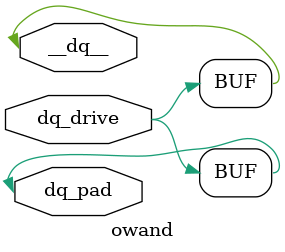
<source format=v>
module owpad(
	     __dq__,           // DQ ioout
	     dq_in,            // DQ input
	     dq_out,           // DQ output
	     dq_ena            // DQ enable
	     );
   inout                       __dq__; // DQ inout
   output                      dq_in;  // DQ input
   input                       dq_out; // DQ output
   input                       dq_ena; // DQ enable
   wire                        __dq__;
   wire                        dq_in;
   assign dq_in = __dq__;
   assign __dq__ = (dq_ena & !dq_out)? 'b0 : 'bz; //open driven
endmodule //owpad

module owand(
	     __dq__,           // DQ ioout
	     dq_pad,           // DQ drive
	     dq_drive          // DQ drive
	     );
   inout                       __dq__;   // DQ inout
   inout                       dq_pad;   // DQ PAD
   input                       dq_drive; // DQ drive
   wire                        __dq__;
   wire                        dq_pad;
   wire                        dq_drive;
   assign __dq__ = dq_drive;
   assign dq_pad = __dq__;
endmodule //owand

</source>
